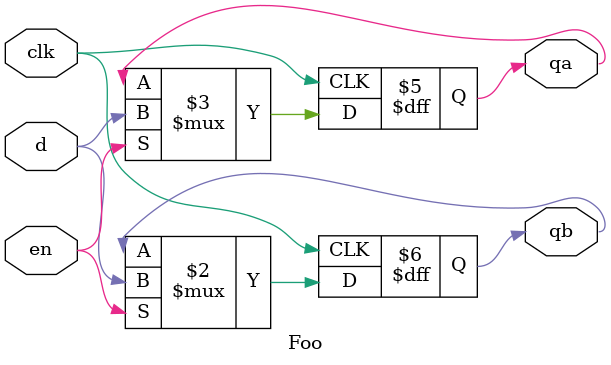
<source format=sv>


// CHECK-LABEL: module Foo
module Foo (input logic clk, en, d, output logic qa, qb);
  // CHECK: always @(posedge clk)
  always @(posedge clk) begin
    // CHECK: if (en)
    // CHECK:   [[QA:qa.*]] <= d;
    if (en)
      qa <= d;

    // CHECK: [[QB:qb.*]] <= en ? d : [[QB]];
    qb <= en ? d : qb;
  end
endmodule

</source>
